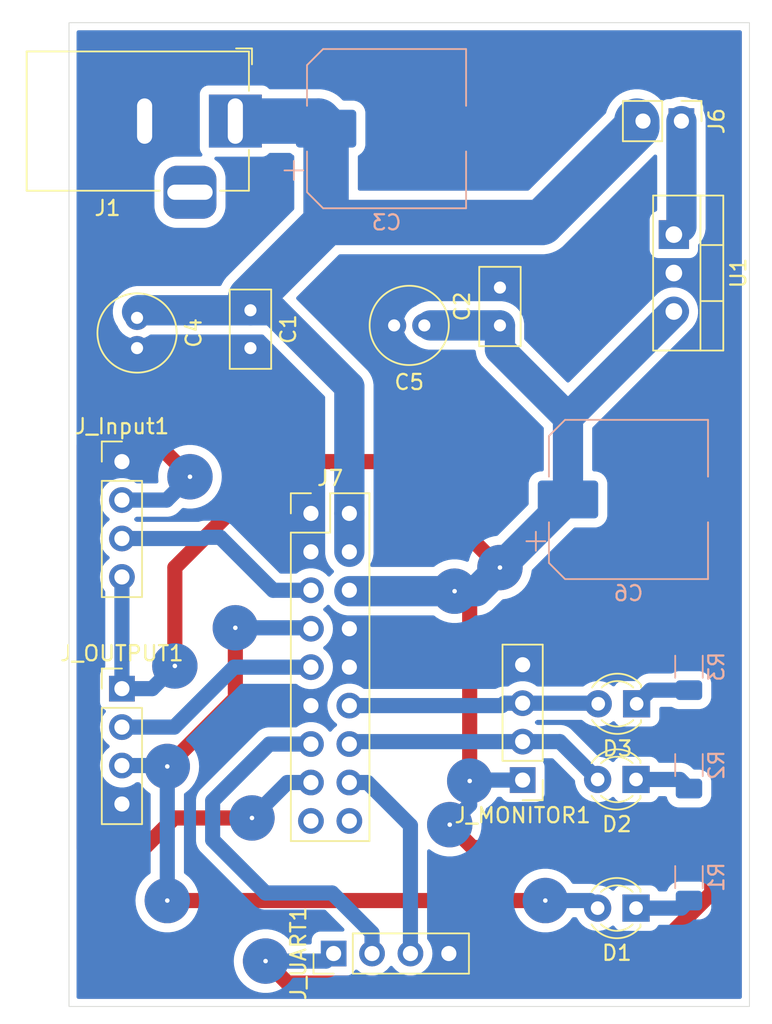
<source format=kicad_pcb>
(kicad_pcb (version 20240108) (generator "pcbnew") (generator_version "8.0")
  (layers (0 "F.Cu" signal) (31 "B.Cu" signal) (34 "B.Paste" user) (35 "F.Paste" user) (36 "B.SilkS" user "B.Silkscreen") (37 "F.SilkS" user "F.Silkscreen") (38 "B.Mask" user) (39 "F.Mask" user) (44 "Edge.Cuts" user))
  (net 0 "")
  (net 1 "GND")
  (net 2 "+15V")
  (net 3 "+5V")
  (net 4 "/FREQCTL")
  (net 5 "Net-(J6-Pin_1)")
  (net 6 "/PPS_IN")
  (net 7 "/LOCK")
  (net 8 "/UART_DOUT")
  (net 9 "/SERVICE")
  (net 10 "/UART_DIN")
  (net 11 "/FACMOS")
  (net 12 "/PPS_OUT")
  (net 13 "Net-(D1-K)")
  (net 14 "Net-(D2-K)")
  (net 15 "Net-(D3-K)")
  (footprint "Connector_BarrelJack:BarrelJack_Horizontal" (layer "F.Cu") (at 111 57.5)
    (property "Reference" "J1" (at -8.45 5.75 0) (layer "F.SilkS"))
    (property "Value" "Barrel_Jack_MountingPin")
    (fp_line (start -13.8 -4.6) (end 0.9 -4.6) (stroke (width 0.12)) (layer "F.SilkS"))
    (fp_line (start -13.8 4.6) (end -13.8 -4.6) (stroke (width 0.12)) (layer "F.SilkS"))
    (fp_line (start -5 4.6) (end -13.8 4.6) (stroke (width 0.12)) (layer "F.SilkS"))
    (fp_line (start 0.05 -4.8) (end 1.1 -4.8) (stroke (width 0.12)) (layer "F.SilkS"))
    (fp_line (start 0.9 -4.6) (end 0.9 -2) (stroke (width 0.12)) (layer "F.SilkS"))
    (fp_line (start 0.9 1.9) (end 0.9 4.6) (stroke (width 0.12)) (layer "F.SilkS"))
    (fp_line (start 0.9 4.6) (end -1 4.6) (stroke (width 0.12)) (layer "F.SilkS"))
    (fp_line (start 1.1 -3.75) (end 1.1 -4.8) (stroke (width 0.12)) (layer "F.SilkS"))
    (pad "1" thru_hole rect (at 0 0) (size 3.5 3.5) (drill oval 1 3) (layers "*.Cu" "*.Mask") (net 2 "+15V"))
    (pad "2" thru_hole roundrect (at -6 0) (size 3 3.5) (drill oval 1 3) (layers "*.Cu" "*.Mask") (net 1 "GND"))
    (pad "3" thru_hole roundrect (at -3 4.7) (size 3.5 3.5) (drill oval 3 1) (layers "*.Cu" "*.Mask"))
  )
  (footprint "Capacitor_THT:C_Radial_D5.0mm_H11.0mm_P2.00mm" (layer "F.Cu") (at 123.5 71 180)
    (property "Reference" "C5" (at 1 -3.75 180) (layer "F.SilkS"))
    (property "Value" "C_Polarized")
    (fp_circle (center 1 0) (end 3.62 0) (stroke (width 0.12)) (fill none) (layer "F.SilkS"))
    (pad "1" thru_hole circle (at 0 0 180) (size 1.6 1.6) (drill 0.8) (layers "*.Cu" "*.Mask") (net 3 "+5V"))
    (pad "2" thru_hole circle (at 2 0 180) (size 1.6 1.6) (drill 0.8) (layers "*.Cu" "*.Mask") (net 1 "GND"))
  )
  (footprint "Connector_PinHeader_2.54mm:PinHeader_1x02_P2.54mm_Vertical" (layer "F.Cu") (at 140.5 57.5 -90)
    (property "Reference" "J6" (at 0 -2.33 90) (layer "F.SilkS"))
    (property "Value" "Conn_01x02_Pin")
    (fp_line (start -1.33 3.87) (end 1.33 3.87) (stroke (width 0.12)) (layer "F.SilkS"))
    (fp_line (start -1.33 1.27) (end -1.33 3.87) (stroke (width 0.12)) (layer "F.SilkS"))
    (fp_line (start -1.33 1.27) (end 1.33 1.27) (stroke (width 0.12)) (layer "F.SilkS"))
    (fp_line (start 1.33 1.27) (end 1.33 3.87) (stroke (width 0.12)) (layer "F.SilkS"))
    (fp_line (start -1.33 0) (end -1.33 -1.33) (stroke (width 0.12)) (layer "F.SilkS"))
    (fp_line (start -1.33 -1.33) (end 0 -1.33) (stroke (width 0.12)) (layer "F.SilkS"))
    (pad "1" thru_hole rect (at 0 0 270) (size 1.7 1.7) (drill 1) (layers "*.Cu" "*.Mask") (net 5 "Net-(J6-Pin_1)"))
    (pad "2" thru_hole oval (at 0 2.54 270) (size 1.7 1.7) (drill 1) (layers "*.Cu" "*.Mask") (net 2 "+15V"))
  )
  (footprint "Connector_PinHeader_2.54mm:PinHeader_1x04_P2.54mm_Vertical" (layer "F.Cu") (at 103.5 95)
    (property "Reference" "J_OUTPUT1" (at 0 -2.33 0) (layer "F.SilkS"))
    (property "Value" "Conn_01x04")
    (fp_line (start -1.33 -1.33) (end 0 -1.33) (stroke (width 0.12)) (layer "F.SilkS"))
    (fp_line (start -1.33 0) (end -1.33 -1.33) (stroke (width 0.12)) (layer "F.SilkS"))
    (fp_line (start -1.33 1.27) (end -1.33 8.95) (stroke (width 0.12)) (layer "F.SilkS"))
    (fp_line (start -1.33 1.27) (end 1.33 1.27) (stroke (width 0.12)) (layer "F.SilkS"))
    (fp_line (start -1.33 8.95) (end 1.33 8.95) (stroke (width 0.12)) (layer "F.SilkS"))
    (fp_line (start 1.33 1.27) (end 1.33 8.95) (stroke (width 0.12)) (layer "F.SilkS"))
    (pad "1" thru_hole rect (at 0 0) (size 1.7 1.7) (drill 1) (layers "*.Cu" "*.Mask") (net 3 "+5V"))
    (pad "2" thru_hole oval (at 0 2.54) (size 1.7 1.7) (drill 1) (layers "*.Cu" "*.Mask") (net 11 "/FACMOS"))
    (pad "3" thru_hole oval (at 0 5.08) (size 1.7 1.7) (drill 1) (layers "*.Cu" "*.Mask") (net 12 "/PPS_OUT"))
    (pad "4" thru_hole oval (at 0 7.62) (size 1.7 1.7) (drill 1) (layers "*.Cu" "*.Mask") (net 1 "GND"))
  )
  (footprint "Connector_PinHeader_2.54mm:PinHeader_1x04_P2.54mm_Vertical" (layer "F.Cu") (at 103.5 80)
    (property "Reference" "J_Input1" (at 0 -2.33 0) (layer "F.SilkS"))
    (property "Value" "Conn_01x04")
    (fp_line (start -1.33 -1.33) (end 0 -1.33) (stroke (width 0.12)) (layer "F.SilkS"))
    (fp_line (start -1.33 0) (end -1.33 -1.33) (stroke (width 0.12)) (layer "F.SilkS"))
    (fp_line (start -1.33 1.27) (end -1.33 8.95) (stroke (width 0.12)) (layer "F.SilkS"))
    (fp_line (start -1.33 1.27) (end 1.33 1.27) (stroke (width 0.12)) (layer "F.SilkS"))
    (fp_line (start -1.33 8.95) (end 1.33 8.95) (stroke (width 0.12)) (layer "F.SilkS"))
    (fp_line (start 1.33 1.27) (end 1.33 8.95) (stroke (width 0.12)) (layer "F.SilkS"))
    (pad "1" thru_hole rect (at 0 0) (size 1.7 1.7) (drill 1) (layers "*.Cu" "*.Mask") (net 1 "GND"))
    (pad "2" thru_hole oval (at 0 2.54) (size 1.7 1.7) (drill 1) (layers "*.Cu" "*.Mask") (net 6 "/PPS_IN"))
    (pad "3" thru_hole oval (at 0 5.08) (size 1.7 1.7) (drill 1) (layers "*.Cu" "*.Mask") (net 4 "/FREQCTL"))
    (pad "4" thru_hole oval (at 0 7.62) (size 1.7 1.7) (drill 1) (layers "*.Cu" "*.Mask") (net 3 "+5V"))
  )
  (footprint "LED_THT:LED_D3.0mm" (layer "F.Cu") (at 137.54 96 180)
    (property "Reference" "D3" (at 1.27 -2.96 180) (layer "F.SilkS"))
    (property "Value" "LED")
    (fp_line (start -0.29 1.08) (end -0.29 1.236) (stroke (width 0.12)) (layer "F.SilkS"))
    (fp_line (start -0.29 -1.236) (end -0.29 -1.08) (stroke (width 0.12)) (layer "F.SilkS"))
    (fp_arc (start 2.942335 1.078608) (mid 1.366487 1.987659) (end -0.29 1.235516) (stroke (width 0.12)) (layer "F.SilkS"))
    (fp_arc (start 2.31113 1.079837) (mid 1.270117 1.5) (end 0.229039 1.08) (stroke (width 0.12)) (layer "F.SilkS"))
    (fp_arc (start 0.229039 -1.08) (mid 1.270117 -1.5) (end 2.31113 -1.079837) (stroke (width 0.12)) (layer "F.SilkS"))
    (fp_arc (start -0.29 -1.235516) (mid 1.366487 -1.987659) (end 2.942335 -1.078608) (stroke (width 0.12)) (layer "F.SilkS"))
    (pad "1" thru_hole rect (at 0 0 180) (size 1.8 1.8) (drill 0.9) (layers "*.Cu" "*.Mask") (net 15 "Net-(D3-K)"))
    (pad "2" thru_hole circle (at 2.54 0 180) (size 1.8 1.8) (drill 0.9) (layers "*.Cu" "*.Mask") (net 9 "/SERVICE"))
  )
  (footprint "LED_THT:LED_D3.0mm" (layer "F.Cu") (at 137.5 101 180)
    (property "Reference" "D2" (at 1.27 -2.96 180) (layer "F.SilkS"))
    (property "Value" "LED")
    (fp_line (start -0.29 1.08) (end -0.29 1.236) (stroke (width 0.12)) (layer "F.SilkS"))
    (fp_line (start -0.29 -1.236) (end -0.29 -1.08) (stroke (width 0.12)) (layer "F.SilkS"))
    (fp_arc (start 2.942335 1.078608) (mid 1.366487 1.987659) (end -0.29 1.235516) (stroke (width 0.12)) (layer "F.SilkS"))
    (fp_arc (start 2.31113 1.079837) (mid 1.270117 1.5) (end 0.229039 1.08) (stroke (width 0.12)) (layer "F.SilkS"))
    (fp_arc (start 0.229039 -1.08) (mid 1.270117 -1.5) (end 2.31113 -1.079837) (stroke (width 0.12)) (layer "F.SilkS"))
    (fp_arc (start -0.29 -1.235516) (mid 1.366487 -1.987659) (end 2.942335 -1.078608) (stroke (width 0.12)) (layer "F.SilkS"))
    (pad "1" thru_hole rect (at 0 0 180) (size 1.8 1.8) (drill 0.9) (layers "*.Cu" "*.Mask") (net 14 "Net-(D2-K)"))
    (pad "2" thru_hole circle (at 2.54 0 180) (size 1.8 1.8) (drill 0.9) (layers "*.Cu" "*.Mask") (net 7 "/LOCK"))
  )
  (footprint "Connector_PinHeader_2.54mm:PinHeader_2x09_P2.54mm_Vertical" (layer "F.Cu") (at 116 83.42)
    (property "Reference" "J7" (at 1.27 -2.33 0) (layer "F.SilkS"))
    (property "Value" "Conn_02x09_Odd_Even_MountingPin")
    (fp_line (start -1.33 -1.33) (end 0 -1.33) (stroke (width 0.12)) (layer "F.SilkS"))
    (fp_line (start -1.33 0) (end -1.33 -1.33) (stroke (width 0.12)) (layer "F.SilkS"))
    (fp_line (start -1.33 1.27) (end -1.33 21.65) (stroke (width 0.12)) (layer "F.SilkS"))
    (fp_line (start -1.33 1.27) (end 1.27 1.27) (stroke (width 0.12)) (layer "F.SilkS"))
    (fp_line (start -1.33 21.65) (end 3.87 21.65) (stroke (width 0.12)) (layer "F.SilkS"))
    (fp_line (start 1.27 -1.33) (end 3.87 -1.33) (stroke (width 0.12)) (layer "F.SilkS"))
    (fp_line (start 1.27 1.27) (end 1.27 -1.33) (stroke (width 0.12)) (layer "F.SilkS"))
    (fp_line (start 3.87 -1.33) (end 3.87 21.65) (stroke (width 0.12)) (layer "F.SilkS"))
    (pad "1" thru_hole rect (at 0 0) (size 1.7 1.7) (drill 1) (layers "*.Cu" "*.Mask") (net 1 "GND"))
    (pad "2" thru_hole oval (at 2.54 0) (size 1.7 1.7) (drill 1) (layers "*.Cu" "*.Mask") (net 2 "+15V"))
    (pad "3" thru_hole oval (at 0 2.54) (size 1.7 1.7) (drill 1) (layers "*.Cu" "*.Mask") (net 1 "GND"))
    (pad "4" thru_hole oval (at 2.54 2.54) (size 1.7 1.7) (drill 1) (layers "*.Cu" "*.Mask") (net 2 "+15V"))
    (pad "5" thru_hole oval (at 0 5.08) (size 1.7 1.7) (drill 1) (layers "*.Cu" "*.Mask") (net 4 "/FREQCTL"))
    (pad "6" thru_hole oval (at 2.54 5.08) (size 1.7 1.7) (drill 1) (layers "*.Cu" "*.Mask") (net 3 "+5V"))
    (pad "7" thru_hole oval (at 0 7.62) (size 1.7 1.7) (drill 1) (layers "*.Cu" "*.Mask") (net 12 "/PPS_OUT"))
    (pad "8" thru_hole oval (at 2.54 7.62) (size 1.7 1.7) (drill 1) (layers "*.Cu" "*.Mask") (net 1 "GND"))
    (pad "9" thru_hole oval (at 0 10.16) (size 1.7 1.7) (drill 1) (layers "*.Cu" "*.Mask") (net 11 "/FACMOS"))
    (pad "10" thru_hole oval (at 2.54 10.16) (size 1.7 1.7) (drill 1) (layers "*.Cu" "*.Mask") (net 1 "GND"))
    (pad "11" thru_hole oval (at 0 12.7) (size 1.7 1.7) (drill 1) (layers "*.Cu" "*.Mask") (net 1 "GND"))
    (pad "12" thru_hole oval (at 2.54 12.7) (size 1.7 1.7) (drill 1) (layers "*.Cu" "*.Mask") (net 9 "/SERVICE"))
    (pad "13" thru_hole oval (at 0 15.24) (size 1.7 1.7) (drill 1) (layers "*.Cu" "*.Mask") (net 10 "/UART_DIN"))
    (pad "14" thru_hole oval (at 2.54 15.24) (size 1.7 1.7) (drill 1) (layers "*.Cu" "*.Mask") (net 7 "/LOCK"))
    (pad "15" thru_hole oval (at 0 17.78) (size 1.7 1.7) (drill 1) (layers "*.Cu" "*.Mask") (net 6 "/PPS_IN"))
    (pad "16" thru_hole oval (at 2.54 17.78) (size 1.7 1.7) (drill 1) (layers "*.Cu" "*.Mask") (net 8 "/UART_DOUT"))
    (pad "17" thru_hole oval (at 0 20.32) (size 1.7 1.7) (drill 1) (layers "*.Cu" "*.Mask"))
    (pad "18" thru_hole oval (at 2.54 20.32) (size 1.7 1.7) (drill 1) (layers "*.Cu" "*.Mask"))
  )
  (footprint "Package_TO_SOT_THT:TO-220-3_Vertical" (layer "F.Cu") (at 140 65 -90)
    (property "Reference" "U1" (at 2.54 -4.27 90) (layer "F.SilkS"))
    (property "Value" "LM7805_TO220")
    (fp_line (start -2.58 1.371) (end 7.66 1.371) (stroke (width 0.12)) (layer "F.SilkS"))
    (fp_line (start -2.58 -1.76) (end 7.66 -1.76) (stroke (width 0.12)) (layer "F.SilkS"))
    (fp_line (start -2.58 -3.27) (end -2.58 1.371) (stroke (width 0.12)) (layer "F.SilkS"))
    (fp_line (start -2.58 -3.27) (end 7.66 -3.27) (stroke (width 0.12)) (layer "F.SilkS"))
    (fp_line (start 0.69 -3.27) (end 0.69 -1.76) (stroke (width 0.12)) (layer "F.SilkS"))
    (fp_line (start 4.391 -3.27) (end 4.391 -1.76) (stroke (width 0.12)) (layer "F.SilkS"))
    (fp_line (start 7.66 -3.27) (end 7.66 1.371) (stroke (width 0.12)) (layer "F.SilkS"))
    (pad "1" thru_hole rect (at 0 0 270) (size 1.905 2) (drill 1.1) (layers "*.Cu" "*.Mask") (net 5 "Net-(J6-Pin_1)"))
    (pad "2" thru_hole oval (at 2.54 0 270) (size 1.905 2) (drill 1.1) (layers "*.Cu" "*.Mask") (net 1 "GND"))
    (pad "3" thru_hole oval (at 5.08 0 270) (size 1.905 2) (drill 1.1) (layers "*.Cu" "*.Mask") (net 3 "+5V"))
  )
  (footprint "LED_THT:LED_D3.0mm" (layer "F.Cu") (at 137.5 109.5 180)
    (property "Reference" "D1" (at 1.27 -2.96 180) (layer "F.SilkS"))
    (property "Value" "LED")
    (fp_line (start -0.29 1.08) (end -0.29 1.236) (stroke (width 0.12)) (layer "F.SilkS"))
    (fp_line (start -0.29 -1.236) (end -0.29 -1.08) (stroke (width 0.12)) (layer "F.SilkS"))
    (fp_arc (start 2.942335 1.078608) (mid 1.366487 1.987659) (end -0.29 1.235516) (stroke (width 0.12)) (layer "F.SilkS"))
    (fp_arc (start 2.31113 1.079837) (mid 1.270117 1.5) (end 0.229039 1.08) (stroke (width 0.12)) (layer "F.SilkS"))
    (fp_arc (start 0.229039 -1.08) (mid 1.270117 -1.5) (end 2.31113 -1.079837) (stroke (width 0.12)) (layer "F.SilkS"))
    (fp_arc (start -0.29 -1.235516) (mid 1.366487 -1.987659) (end 2.942335 -1.078608) (stroke (width 0.12)) (layer "F.SilkS"))
    (pad "1" thru_hole rect (at 0 0 180) (size 1.8 1.8) (drill 0.9) (layers "*.Cu" "*.Mask") (net 13 "Net-(D1-K)"))
    (pad "2" thru_hole circle (at 2.54 0 180) (size 1.8 1.8) (drill 0.9) (layers "*.Cu" "*.Mask") (net 12 "/PPS_OUT"))
  )
  (footprint "Capacitor_THT:C_Disc_D5.0mm_W2.5mm_P2.50mm" (layer "F.Cu") (at 128.5 71 90)
    (property "Reference" "C2" (at 1.25 -2.5 270) (layer "F.SilkS"))
    (property "Value" "C")
    (fp_line (start 3.87 -1.37) (end 3.87 1.37) (stroke (width 0.12)) (layer "F.SilkS"))
    (fp_line (start -1.37 -1.37) (end 3.87 -1.37) (stroke (width 0.12)) (layer "F.SilkS"))
    (fp_line (start -1.37 -1.37) (end -1.37 1.37) (stroke (width 0.12)) (layer "F.SilkS"))
    (fp_line (start -1.37 1.37) (end 3.87 1.37) (stroke (width 0.12)) (layer "F.SilkS"))
    (pad "1" thru_hole circle (at 0 0 90) (size 1.6 1.6) (drill 0.8) (layers "*.Cu" "*.Mask") (net 3 "+5V"))
    (pad "2" thru_hole circle (at 2.5 0 90) (size 1.6 1.6) (drill 0.8) (layers "*.Cu" "*.Mask") (net 1 "GND"))
  )
  (footprint "Capacitor_THT:C_Disc_D5.0mm_W2.5mm_P2.50mm" (layer "F.Cu") (at 112 70 -90)
    (property "Reference" "C1" (at 1.25 -2.5 90) (layer "F.SilkS"))
    (property "Value" "C")
    (fp_line (start -1.37 1.37) (end 3.87 1.37) (stroke (width 0.12)) (layer "F.SilkS"))
    (fp_line (start -1.37 -1.37) (end -1.37 1.37) (stroke (width 0.12)) (layer "F.SilkS"))
    (fp_line (start -1.37 -1.37) (end 3.87 -1.37) (stroke (width 0.12)) (layer "F.SilkS"))
    (fp_line (start 3.87 -1.37) (end 3.87 1.37) (stroke (width 0.12)) (layer "F.SilkS"))
    (pad "1" thru_hole circle (at 0 0 270) (size 1.6 1.6) (drill 0.8) (layers "*.Cu" "*.Mask") (net 2 "+15V"))
    (pad "2" thru_hole circle (at 2.5 0 270) (size 1.6 1.6) (drill 0.8) (layers "*.Cu" "*.Mask") (net 1 "GND"))
  )
  (footprint "Connector_PinHeader_2.54mm:PinHeader_1x04_P2.54mm_Vertical" (layer "F.Cu") (at 130 101.04 180)
    (property "Reference" "J_MONITOR1" (at 0 -2.33 180) (layer "F.SilkS"))
    (property "Value" "Conn_01x04")
    (fp_line (start 1.33 1.27) (end 1.33 8.95) (stroke (width 0.12)) (layer "F.SilkS"))
    (fp_line (start -1.33 8.95) (end 1.33 8.95) (stroke (width 0.12)) (layer "F.SilkS"))
    (fp_line (start -1.33 1.27) (end 1.33 1.27) (stroke (width 0.12)) (layer "F.SilkS"))
    (fp_line (start -1.33 1.27) (end -1.33 8.95) (stroke (width 0.12)) (layer "F.SilkS"))
    (fp_line (start -1.33 0) (end -1.33 -1.33) (stroke (width 0.12)) (layer "F.SilkS"))
    (fp_line (start -1.33 -1.33) (end 0 -1.33) (stroke (width 0.12)) (layer "F.SilkS"))
    (pad "1" thru_hole rect (at 0 0 180) (size 1.7 1.7) (drill 1) (layers "*.Cu" "*.Mask") (net 3 "+5V"))
    (pad "2" thru_hole oval (at 0 2.54 180) (size 1.7 1.7) (drill 1) (layers "*.Cu" "*.Mask") (net 7 "/LOCK"))
    (pad "3" thru_hole oval (at 0 5.08 180) (size 1.7 1.7) (drill 1) (layers "*.Cu" "*.Mask") (net 9 "/SERVICE"))
    (pad "4" thru_hole oval (at 0 7.62 180) (size 1.7 1.7) (drill 1) (layers "*.Cu" "*.Mask") (net 1 "GND"))
  )
  (footprint "Capacitor_THT:C_Radial_D5.0mm_H11.0mm_P2.00mm" (layer "F.Cu") (at 104.5 70.5 -90)
    (property "Reference" "C4" (at 1 -3.75 90) (layer "F.SilkS"))
    (property "Value" "C_Polarized")
    (fp_circle (center 1 0) (end 3.62 0) (stroke (width 0.12)) (fill none) (layer "F.SilkS"))
    (pad "1" thru_hole circle (at 0 0 270) (size 1.6 1.6) (drill 0.8) (layers "*.Cu" "*.Mask") (net 2 "+15V"))
    (pad "2" thru_hole circle (at 2 0 270) (size 1.6 1.6) (drill 0.8) (layers "*.Cu" "*.Mask") (net 1 "GND"))
  )
  (footprint "Connector_PinHeader_2.54mm:PinHeader_1x04_P2.54mm_Vertical" (layer "F.Cu") (at 117.5 112.5 90)
    (property "Reference" "J_UART1" (at 0 -2.33 270) (layer "F.SilkS"))
    (property "Value" "Conn_01x04")
    (fp_line (start -1.33 -1.33) (end 0 -1.33) (stroke (width 0.12)) (layer "F.SilkS"))
    (fp_line (start -1.33 0) (end -1.33 -1.33) (stroke (width 0.12)) (layer "F.SilkS"))
    (fp_line (start 1.33 1.27) (end 1.33 8.95) (stroke (width 0.12)) (layer "F.SilkS"))
    (fp_line (start -1.33 1.27) (end 1.33 1.27) (stroke (width 0.12)) (layer "F.SilkS"))
    (fp_line (start -1.33 1.27) (end -1.33 8.95) (stroke (width 0.12)) (layer "F.SilkS"))
    (fp_line (start -1.33 8.95) (end 1.33 8.95) (stroke (width 0.12)) (layer "F.SilkS"))
    (pad "1" thru_hole rect (at 0 0 90) (size 1.7 1.7) (drill 1) (layers "*.Cu" "*.Mask") (net 3 "+5V"))
    (pad "2" thru_hole oval (at 0 2.54 90) (size 1.7 1.7) (drill 1) (layers "*.Cu" "*.Mask") (net 10 "/UART_DIN"))
    (pad "3" thru_hole oval (at 0 5.08 90) (size 1.7 1.7) (drill 1) (layers "*.Cu" "*.Mask") (net 8 "/UART_DOUT"))
    (pad "4" thru_hole oval (at 0 7.62 90) (size 1.7 1.7) (drill 1) (layers "*.Cu" "*.Mask") (net 1 "GND"))
  )
  (footprint "Capacitor_SMD:CP_Elec_10x10" (layer "B.Cu") (at 121 58)
    (property "Reference" "C3" (at 0 6.2 360) (layer "B.SilkS") (effects (justify mirror)))
    (property "Value" "C_Polarized")
    (fp_line (start -6.125 2.135) (end -6.125 3.385) (stroke (width 0.12)) (layer "B.SilkS"))
    (fp_line (start -5.5 2.76) (end -6.75 2.76) (stroke (width 0.12)) (layer "B.SilkS"))
    (fp_line (start -5.26 -1.51) (end -5.26 -4.195563) (stroke (width 0.12)) (layer "B.SilkS"))
    (fp_line (start -5.26 1.51) (end -5.26 4.195563) (stroke (width 0.12)) (layer "B.SilkS"))
    (fp_line (start -4.195563 -5.26) (end -5.26 -4.195563) (stroke (width 0.12)) (layer "B.SilkS"))
    (fp_line (start -4.195563 5.26) (end -5.26 4.195563) (stroke (width 0.12)) (layer "B.SilkS"))
    (fp_line (start 5.26 -5.26) (end -4.195563 -5.26) (stroke (width 0.12)) (layer "B.SilkS"))
    (fp_line (start 5.26 -1.51) (end 5.26 -5.26) (stroke (width 0.12)) (layer "B.SilkS"))
    (fp_line (start 5.26 1.51) (end 5.26 5.26) (stroke (width 0.12)) (layer "B.SilkS"))
    (fp_line (start 5.26 5.26) (end -4.195563 5.26) (stroke (width 0.12)) (layer "B.SilkS"))
    (pad "1" smd roundrect (at -4 0) (size 4 2.5) (layers "B.Cu" "B.Paste" "B.Mask") (roundrect_rratio 0.1) (net 2 "+15V"))
    (pad "2" smd roundrect (at 4 0) (size 4 2.5) (layers "B.Cu" "B.Paste" "B.Mask") (roundrect_rratio 0.1) (net 1 "GND"))
  )
  (footprint "Capacitor_SMD:CP_Elec_10x10" (layer "B.Cu") (at 137 82.5)
    (property "Reference" "C6" (at 0 6.2 360) (layer "B.SilkS") (effects (justify mirror)))
    (property "Value" "C_Polarized")
    (fp_line (start -6.125 2.135) (end -6.125 3.385) (stroke (width 0.12)) (layer "B.SilkS"))
    (fp_line (start -5.5 2.76) (end -6.75 2.76) (stroke (width 0.12)) (layer "B.SilkS"))
    (fp_line (start -5.26 -1.51) (end -5.26 -4.195563) (stroke (width 0.12)) (layer "B.SilkS"))
    (fp_line (start -5.26 1.51) (end -5.26 4.195563) (stroke (width 0.12)) (layer "B.SilkS"))
    (fp_line (start -4.195563 -5.26) (end -5.26 -4.195563) (stroke (width 0.12)) (layer "B.SilkS"))
    (fp_line (start -4.195563 5.26) (end -5.26 4.195563) (stroke (width 0.12)) (layer "B.SilkS"))
    (fp_line (start 5.26 -5.26) (end -4.195563 -5.26) (stroke (width 0.12)) (layer "B.SilkS"))
    (fp_line (start 5.26 -1.51) (end 5.26 -5.26) (stroke (width 0.12)) (layer "B.SilkS"))
    (fp_line (start 5.26 1.51) (end 5.26 5.26) (stroke (width 0.12)) (layer "B.SilkS"))
    (fp_line (start 5.26 5.26) (end -4.195563 5.26) (stroke (width 0.12)) (layer "B.SilkS"))
    (pad "1" smd roundrect (at -4 0) (size 4 2.5) (layers "B.Cu" "B.Paste" "B.Mask") (roundrect_rratio 0.1) (net 3 "+5V"))
    (pad "2" smd roundrect (at 4 0) (size 4 2.5) (layers "B.Cu" "B.Paste" "B.Mask") (roundrect_rratio 0.1) (net 1 "GND"))
  )
  (footprint "Resistor_SMD:R_1206_3216Metric_Pad1.30x1.75mm_HandSolder" (layer "B.Cu") (at 141 93.55 90)
    (property "Reference" "R3" (at 0 1.82 270) (layer "B.SilkS") (effects (justify mirror)))
    (property "Value" "R")
    (fp_line (start 0.727064 -0.91) (end -0.727064 -0.91) (stroke (width 0.12)) (layer "B.SilkS"))
    (fp_line (start 0.727064 0.91) (end -0.727064 0.91) (stroke (width 0.12)) (layer "B.SilkS"))
    (pad "1" smd roundrect (at -1.55 0 90) (size 1.3 1.75) (layers "B.Cu" "B.Paste" "B.Mask") (roundrect_rratio 0.192308) (net 15 "Net-(D3-K)"))
    (pad "2" smd roundrect (at 1.55 0 90) (size 1.3 1.75) (layers "B.Cu" "B.Paste" "B.Mask") (roundrect_rratio 0.192308) (net 1 "GND"))
  )
  (footprint "Resistor_SMD:R_1206_3216Metric_Pad1.30x1.75mm_HandSolder" (layer "B.Cu") (at 141 100.05 90)
    (property "Reference" "R2" (at 0 1.82 270) (layer "B.SilkS") (effects (justify mirror)))
    (property "Value" "R")
    (fp_line (start 0.727064 -0.91) (end -0.727064 -0.91) (stroke (width 0.12)) (layer "B.SilkS"))
    (fp_line (start 0.727064 0.91) (end -0.727064 0.91) (stroke (width 0.12)) (layer "B.SilkS"))
    (pad "1" smd roundrect (at -1.55 0 90) (size 1.3 1.75) (layers "B.Cu" "B.Paste" "B.Mask") (roundrect_rratio 0.192308) (net 14 "Net-(D2-K)"))
    (pad "2" smd roundrect (at 1.55 0 90) (size 1.3 1.75) (layers "B.Cu" "B.Paste" "B.Mask") (roundrect_rratio 0.192308) (net 1 "GND"))
  )
  (footprint "Resistor_SMD:R_1206_3216Metric_Pad1.30x1.75mm_HandSolder" (layer "B.Cu") (at 141 107.45 90)
    (property "Reference" "R1" (at 0 1.82 270) (layer "B.SilkS") (effects (justify mirror)))
    (property "Value" "R")
    (fp_line (start 0.727064 -0.91) (end -0.727064 -0.91) (stroke (width 0.12)) (layer "B.SilkS"))
    (fp_line (start 0.727064 0.91) (end -0.727064 0.91) (stroke (width 0.12)) (layer "B.SilkS"))
    (pad "1" smd roundrect (at -1.55 0 90) (size 1.3 1.75) (layers "B.Cu" "B.Paste" "B.Mask") (roundrect_rratio 0.192308) (net 13 "Net-(D1-K)"))
    (pad "2" smd roundrect (at 1.55 0 90) (size 1.3 1.75) (layers "B.Cu" "B.Paste" "B.Mask") (roundrect_rratio 0.192308) (net 1 "GND"))
  )
  (gr_rect (start 100 51) (end 145 116) (stroke (width 0.05)) (fill none) (layer "Edge.Cuts"))
  (segment (start 117 58) (end 117 64.2) (width 3) (layer "B.Cu") (net 2))
  (segment (start 112 70) (end 113.5 70) (width 2) (layer "B.Cu") (net 2))
  (segment (start 117 64.2) (end 112 69.2) (width 3) (layer "B.Cu") (net 2))
  (segment (start 111 57.5) (end 116.5 57.5) (width 3) (layer "B.Cu") (net 2))
  (segment (start 137.55 57.91) (end 137.55 57.5) (width 3) (layer "B.Cu") (net 2))
  (segment (start 116.5 57.5) (end 117 58) (width 3) (layer "B.Cu") (net 2))
  (segment (start 113.5 70) (end 118.54 75.04) (width 2) (layer "B.Cu") (net 2))
  (segment (start 117 64.2) (end 131.26 64.2) (width 3) (layer "B.Cu") (net 2))
  (segment (start 104.6 70) (end 104.5 70.1) (width 2) (layer "B.Cu") (net 2))
  (segment (start 131.26 64.2) (end 137.55 57.91) (width 3) (layer "B.Cu") (net 2))
  (segment (start 118.54 75.04) (end 118.54 83.42) (width 2) (layer "B.Cu") (net 2))
  (segment (start 112 70) (end 104.6 70) (width 2) (layer "B.Cu") (net 2))
  (segment (start 118.54 85.96) (end 118.54 83.42) (width 2) (layer "B.Cu") (net 2))
  (segment (start 114 80) (end 121.5 80) (width 1) (layer "F.Cu") (net 3))
  (segment (start 125.179494 103.98658) (end 126.692914 105.5) (width 1) (layer "F.Cu") (net 3))
  (segment (start 126.5 101.1) (end 126.5 89.56) (width 1) (layer "F.Cu") (net 3))
  (segment (start 107 87) (end 114 80) (width 1) (layer "F.Cu") (net 3))
  (segment (start 142.5 105.5) (end 142.5 108.5) (width 1) (layer "F.Cu") (net 3))
  (segment (start 114.45 114.45) (end 113 113) (width 1) (layer "F.Cu") (net 3))
  (segment (start 136.55 114.45) (end 114.45 114.45) (width 1) (layer "F.Cu") (net 3))
  (segment (start 121.5 80) (end 128.5 87) (width 1) (layer "F.Cu") (net 3))
  (segment (start 126.5 89.56) (end 125.5 88.56) (width 1) (layer "F.Cu") (net 3))
  (segment (start 107 93.5) (end 107 87) (width 1) (layer "F.Cu") (net 3))
  (segment (start 126.692914 105.5) (end 142.5 105.5) (width 1) (layer "F.Cu") (net 3))
  (segment (start 142.5 108.5) (end 136.55 114.45) (width 1) (layer "F.Cu") (net 3))
  (via (at 126.5 101.1) (size 3) (drill 0.3) (layers "F.Cu" "B.Cu") (net 3))
  (via (at 128.5 87) (size 3) (drill 0.3) (layers "F.Cu" "B.Cu") (net 3))
  (via (at 125.179494 103.98658) (size 3) (drill 0.3) (layers "F.Cu" "B.Cu") (net 3))
  (via (at 125.5 88.56) (size 3) (drill 0.3) (layers "F.Cu" "B.Cu") (net 3))
  (via (at 113 113) (size 3) (drill 0.3) (layers "F.Cu" "B.Cu") (net 3))
  (via (at 107 93.5) (size 3) (drill 0.3) (layers "F.Cu" "B.Cu") (net 3))
  (segment (start 133 82.5) (end 128.5 87) (width 2) (layer "B.Cu") (net 3))
  (segment (start 126.5 102.666074) (end 125.179494 103.98658) (width 1) (layer "B.Cu") (net 3))
  (segment (start 103.5 95) (end 105.5 95) (width 1) (layer "B.Cu") (net 3))
  (segment (start 125.5 88.56) (end 118.54 88.56) (width 2) (layer "B.Cu") (net 3))
  (segment (start 130 101.04) (end 126.56 101.04) (width 1) (layer "B.Cu") (net 3))
  (segment (start 126.56 101.04) (end 126.5 101.1) (width 1) (layer "B.Cu") (net 3))
  (segment (start 113 113) (end 117 113) (width 1) (layer "B.Cu") (net 3))
  (segment (start 128.5 71) (end 123.9 71) (width 2) (layer "B.Cu") (net 3))
  (segment (start 133 82.5) (end 133 77.0925) (width 2) (layer "B.Cu") (net 3))
  (segment (start 103.5 87.62) (end 103.5 95) (width 1) (layer "B.Cu") (net 3))
  (segment (start 128.5 72.5925) (end 133 77.0925) (width 2) (layer "B.Cu") (net 3))
  (segment (start 105.5 95) (end 107 93.5) (width 1) (layer "B.Cu") (net 3))
  (segment (start 128.5 71) (end 128.5 72.5925) (width 2) (layer "B.Cu") (net 3))
  (segment (start 126.5 101.1) (end 126.5 102.666074) (width 1) (layer "B.Cu") (net 3))
  (segment (start 117 113) (end 117.5 112.5) (width 1) (layer "B.Cu") (net 3))
  (segment (start 126.94 88.56) (end 125.5 88.56) (width 2) (layer "B.Cu") (net 3))
  (segment (start 133 77.0925) (end 140 70.0925) (width 2) (layer "B.Cu") (net 3))
  (segment (start 128.5 87) (end 126.94 88.56) (width 2) (layer "B.Cu") (net 3))
  (segment (start 113.5 88.5) (end 110 85) (width 1) (layer "B.Cu") (net 4))
  (segment (start 116 88.5) (end 113.5 88.5) (width 1) (layer "B.Cu") (net 4))
  (segment (start 108.92 85.08) (end 103.5 85.08) (width 1) (layer "B.Cu") (net 4))
  (segment (start 110 85) (end 109 85) (width 1) (layer "B.Cu") (net 4))
  (segment (start 109 85) (end 108.92 85.08) (width 1) (layer "B.Cu") (net 4))
  (segment (start 140.5 57.5) (end 140.5 64.5) (width 2) (layer "B.Cu") (net 5))
  (segment (start 140.5 64.5) (end 140 65) (width 1) (layer "B.Cu") (net 5))
  (segment (start 112.1 103.543478) (end 106.956522 103.543478) (width 1) (layer "F.Cu") (net 6))
  (segment (start 101 105.5) (end 101 79) (width 1) (layer "F.Cu") (net 6))
  (segment (start 106.956522 103.543478) (end 103 107.5) (width 1) (layer "F.Cu") (net 6))
  (segment (start 101.95 78.05) (end 105.05 78.05) (width 1) (layer "F.Cu") (net 6))
  (segment (start 101 79) (end 101.95 78.05) (width 1) (layer "F.Cu") (net 6))
  (segment (start 105.05 78.05) (end 108 81) (width 1) (layer "F.Cu") (net 6))
  (segment (start 103 107.5) (end 101 105.5) (width 1) (layer "F.Cu") (net 6))
  (via (at 112.1 103.543478) (size 3) (drill 0.3) (layers "F.Cu" "B.Cu") (net 6))
  (via (at 108 81) (size 3) (drill 0.3) (layers "F.Cu" "B.Cu") (net 6))
  (segment (start 108 81) (end 106.46 82.54) (width 1) (layer "B.Cu") (net 6))
  (segment (start 116 101.2) (end 114.443478 101.2) (width 1) (layer "B.Cu") (net 6))
  (segment (start 114.443478 101.2) (end 112.1 103.543478) (width 1) (layer "B.Cu") (net 6))
  (segment (start 106.46 82.54) (end 103.5 82.54) (width 1) (layer "B.Cu") (net 6))
  (segment (start 132.46 98.5) (end 134.96 101) (width 1) (layer "B.Cu") (net 7))
  (segment (start 130 98.5) (end 118.7 98.5) (width 1) (layer "B.Cu") (net 7))
  (segment (start 118.7 98.5) (end 118.54 98.66) (width 1) (layer "B.Cu") (net 7))
  (segment (start 130 98.5) (end 132.46 98.5) (width 1) (layer "B.Cu") (net 7))
  (segment (start 122.58 104.037919) (end 122.58 112.5) (width 1) (layer "B.Cu") (net 8))
  (segment (start 119.742081 101.2) (end 122.58 104.037919) (width 1) (layer "B.Cu") (net 8))
  (segment (start 118.54 101.2) (end 119.742081 101.2) (width 1) (layer "B.Cu") (net 8))
  (segment (start 128.637919 96.12) (end 118.54 96.12) (width 1) (layer "B.Cu") (net 9))
  (segment (start 130 95.96) (end 128.797919 95.96) (width 1) (layer "B.Cu") (net 9))
  (segment (start 130 95.96) (end 134.96 95.96) (width 1) (layer "B.Cu") (net 9))
  (segment (start 128.797919 95.96) (end 128.637919 96.12) (width 1) (layer "B.Cu") (net 9))
  (segment (start 134.96 95.96) (end 135 96) (width 1) (layer "B.Cu") (net 9))
  (segment (start 109.5 105) (end 113 108.5) (width 1) (layer "B.Cu") (net 10))
  (segment (start 120.04 111.14) (end 120.04 112.5) (width 1) (layer "B.Cu") (net 10))
  (segment (start 117.4 108.5) (end 120.04 111.14) (width 1) (layer "B.Cu") (net 10))
  (segment (start 113.25 98.66) (end 109.5 102.41) (width 1) (layer "B.Cu") (net 10))
  (segment (start 109.5 102.41) (end 109.5 105) (width 1) (layer "B.Cu") (net 10))
  (segment (start 113 108.5) (end 117.4 108.5) (width 1) (layer "B.Cu") (net 10))
  (segment (start 116 98.66) (end 113.25 98.66) (width 1) (layer "B.Cu") (net 10))
  (segment (start 106.96 97.54) (end 103.5 97.54) (width 1) (layer "B.Cu") (net 11))
  (segment (start 116 93.58) (end 110.92 93.58) (width 1) (layer "B.Cu") (net 11))
  (segment (start 110.92 93.58) (end 106.96 97.54) (width 1) (layer "B.Cu") (net 11))
  (segment (start 111 95.64) (end 111 90.98) (width 1) (layer "F.Cu") (net 12))
  (segment (start 107.5 109) (end 131.5 109) (width 1) (layer "F.Cu") (net 12))
  (segment (start 106.5 100.14) (end 111 95.64) (width 1) (layer "F.Cu") (net 12))
  (segment (start 106.5 109) (end 107.5 109) (width 1) (layer "F.Cu") (net 12))
  (via (at 106.5 109) (size 3) (drill 0.3) (layers "F.Cu" "B.Cu") (net 12))
  (via (at 111 90.98) (size 3) (drill 0.3) (layers "F.Cu" "B.Cu") (net 12))
  (via (at 131.5 109) (size 3) (drill 0.3) (layers "F.Cu" "B.Cu") (net 12))
  (via (at 106.5 100.14) (size 3) (drill 0.3) (layers "F.Cu" "B.Cu") (net 12))
  (segment (start 131.5 109) (end 134.46 109) (width 1) (layer "B.Cu") (net 12))
  (segment (start 103.5 100.08) (end 106.44 100.08) (width 1) (layer "B.Cu") (net 12))
  (segment (start 106.5 100.14) (end 106.5 109) (width 1) (layer "B.Cu") (net 12))
  (segment (start 134.46 109) (end 134.96 109.5) (width 1) (layer "B.Cu") (net 12))
  (segment (start 115.94 90.98) (end 116 91.04) (width 1) (layer "B.Cu") (net 12))
  (segment (start 106.44 100.08) (end 106.5 100.14) (width 1) (layer "B.Cu") (net 12))
  (segment (start 111 90.98) (end 115.94 90.98) (width 1) (layer "B.Cu") (net 12))
  (segment (start 137.5 109.5) (end 140.5 109.5) (width 1) (layer "B.Cu") (net 13))
  (segment (start 140.5 109.5) (end 141 109) (width 1) (layer "B.Cu") (net 13))
  (segment (start 137.5 101) (end 140.4 101) (width 1) (layer "B.Cu") (net 14))
  (segment (start 140.4 101) (end 141 101.6) (width 1) (layer "B.Cu") (net 14))
  (segment (start 138.44 95.1) (end 137.54 96) (width 1) (layer "B.Cu") (net 15))
  (segment (start 141 95.1) (end 138.44 95.1) (width 1) (layer "B.Cu") (net 15))
  (zone (net 1) (net_name "GND") (layer "B.Cu") (connect_pads yes (clearance 0.5)) (min_thickness 0.25) (fill yes (thermal_gap 0.5) (thermal_bridge_width 0.5))
    (polygon (pts (xy 146.5 116.5) (xy 146.5 50) (xy 146 49.5) (xy 99 49.5) (xy 98.5 50) (xy 98.5 116.5)))
  )
)
</source>
